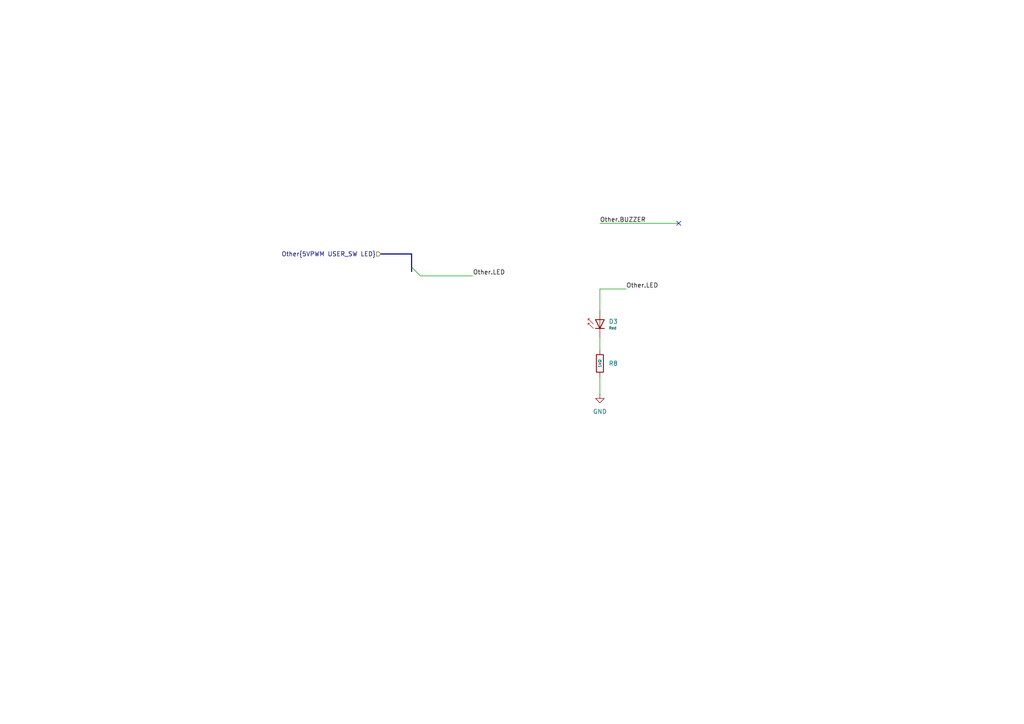
<source format=kicad_sch>
(kicad_sch (version 20231120) (generator "eeschema") (generator_version "8.0")
  (paper "A4")
  (title_block (title "Other Peripherals") (date "2025-02-04") (rev "A") (company "Artem Horiunov") (comment 1 "DESIGNED IN POLAND"))
  (lib_symbols
    (symbol "PCM_JLCPCB-Diodes:LED,0603,Red" (pin_numbers hide) (pin_names (offset 0))
      (property "Reference" "D" (at 2.032 0.834 0))
      (property "Value" "Red" (at 2.032 -1.2122 0))
      (symbol "LED,0603,Red_0_1"
        (polyline (pts (xy -1.27 -1.27) (xy 1.27 -1.27)) (stroke (width 0.254)))
        (polyline (pts (xy -1.27 1.27) (xy 0 -1.27) (xy 1.27 1.27) (xy -1.27 1.27)) (stroke (width 0.254)))
        (polyline (pts (xy -1.905 -1.27) (xy -3.429 0.254) (xy -3.429 -0.254) (xy -3.429 0.254) (xy -2.921 0.254)) (stroke (width 0.127)))
        (polyline (pts (xy -1.905 0) (xy -3.429 1.524) (xy -3.429 1.016) (xy -3.429 1.524) (xy -2.921 1.524)) (stroke (width 0.127)))
      )
      (symbol "LED,0603,Red_1_1"
        (pin passive line (at 0 -3.81 90) (length 3.81) (name "~") (number "1"))
        (pin passive line (at 0 3.81 270) (length 3.81) (name "~") (number "2"))
      )
    )
    (symbol "PCM_JLCPCB-Resistors:0402,1kΩ" (pin_numbers hide) (pin_names (offset 0))
      (property "Reference" "R" (at 1.778 0 0))
      (property "Value" "1kΩ" (at 0 0 90))
      (symbol "0402,1kΩ_0_1"
        (rectangle (start -1.016 2.54) (end 1.016 -2.54) (stroke (width 0.254)))
      )
      (symbol "0402,1kΩ_1_1"
        (pin passive line (at 0 3.81 270) (length 1.27) (name "~") (number "1"))
        (pin passive line (at 0 -3.81 90) (length 1.27) (name "~") (number "2"))
      )
    )
    (symbol "power:GND" (power) (pin_numbers hide) (pin_names (offset 0) hide)
      (property "Value" "GND" (at 0 -3.81 0))
      (symbol "GND_0_1"
        (polyline (pts (xy 0 0) (xy 0 -1.27) (xy 1.27 -1.27) (xy 0 -2.54) (xy -1.27 -1.27) (xy 0 -1.27)))
      )
      (symbol "GND_1_1"
        (pin power_in line (at 0 0 270) (length 0) (name "~") (number "1"))
      )
    )
  )
  (no_connect (at 196.85 64.77))
  (bus_entry (at 119.38 77.47) (size 2.54 2.54))
  (bus (pts (xy 119.38 73.66) (xy 119.38 77.47)))
  (wire (pts (xy 181.61 83.82) (xy 173.99 83.82)))
  (wire (pts (xy 173.99 97.79) (xy 173.99 101.6)))
  (bus (pts (xy 110.49 73.66) (xy 119.38 73.66)))
  (wire (pts (xy 173.99 83.82) (xy 173.99 90.17)))
  (wire (pts (xy 121.92 80.01) (xy 137.16 80.01)))
  (bus (pts (xy 119.38 77.47) (xy 119.38 78.74)))
  (wire (pts (xy 173.99 109.22) (xy 173.99 114.3)))
  (wire (pts (xy 173.99 64.77) (xy 196.85 64.77)))
  (label "Other.LED" (at 137.16 80.01 0))
  (label "Other.BUZZER" (at 173.99 64.77 0))
  (label "Other.LED" (at 181.61 83.82 0))
  (hierarchical_label "Other{5VPWM USER_SW LED}" (shape input) (at 110.49 73.66 180))
  (symbol (lib_id "power:GND") (at 173.99 114.3 0) (unit 1)
    (property "Reference" "#PWR070" (effects (hide yes)))
    (property "Value" "GND" (at 173.99 119.38 0))
    (property "Description" "Power symbol creates a global label with name \"GND\" , ground" (effects (hide yes)))
  )
  (symbol (lib_id "PCM_JLCPCB-Diodes:LED,0603,Red") (at 173.99 93.98 0) (unit 1)
    (property "Reference" "D3" (at 176.53 93.2497 0) (effects (justify left)))
    (property "Value" "Red" (at 176.53 95.1547 0) (effects (font (size 0.8 0.8)) (justify left)))
    (property "Footprint" "PCM_JLCPCB:D_0603" (effects (hide yes)))
    (property "Datasheet" "https://www.lcsc.com/datasheet/lcsc_datasheet_1810231112_Hubei-KENTO-Elec-KT-0603R_C2286.pdf" (effects (hide yes)))
    (property "Description" "-40°C~+85°C Red 0603 LED Indication - Discrete ROHS" (effects (hide yes)))
    (property "LCSC" "C2286" (effects (hide yes)))
    (property "Stock" "2282993" (effects (hide yes)))
    (property "Price" "0.009USD" (effects (hide yes)))
    (property "Process" "SMT" (effects (hide yes)))
    (property "Minimum Qty" "20" (effects (hide yes)))
    (property "Attrition Qty" "6" (effects (hide yes)))
    (property "Class" "Basic Component" (effects (hide yes)))
    (property "Category" "Optocouplers & LEDs & Infrared,Light Emitting Diodes (LED)" (effects (hide yes)))
    (property "Manufacturer" "Hubei KENTO Elec" (effects (hide yes)))
    (property "Part" "KT-0603R" (effects (hide yes)))
  )
  (symbol (lib_id "PCM_JLCPCB-Resistors:0402,1kΩ") (at 173.99 105.41 0) (unit 1)
    (property "Reference" "R8" (at 176.53 105.41 0) (effects (justify left)))
    (property "Value" "1kΩ" (at 173.99 105.41 90) (effects (font (size 0.8 0.8))))
    (property "Footprint" "PCM_JLCPCB:R_0402" (effects (hide yes)))
    (property "Datasheet" "https://www.lcsc.com/datasheet/lcsc_datasheet_2206010216_UNI-ROYAL-Uniroyal-Elec-0402WGF1001TCE_C11702.pdf" (effects (hide yes)))
    (property "Description" "62.5mW Thick Film Resistors 50V ±100ppm/°C ±1% 1kΩ 0402 Chip Resistor - Surface Mount ROHS" (effects (hide yes)))
    (property "LCSC" "C11702" (effects (hide yes)))
    (property "Stock" "10672962" (effects (hide yes)))
    (property "Price" "0.004USD" (effects (hide yes)))
    (property "Process" "SMT" (effects (hide yes)))
    (property "Minimum Qty" "20" (effects (hide yes)))
    (property "Attrition Qty" "10" (effects (hide yes)))
    (property "Class" "Basic Component" (effects (hide yes)))
    (property "Category" "Resistors,Chip Resistor - Surface Mount" (effects (hide yes)))
    (property "Manufacturer" "UNI-ROYAL(Uniroyal Elec)" (effects (hide yes)))
    (property "Part" "0402WGF1001TCE" (effects (hide yes)))
    (property "Resistance" "1kΩ" (effects (hide yes)))
    (property "Power(Watts)" "62.5mW" (effects (hide yes)))
    (property "Type" "Thick Film Resistors" (effects (hide yes)))
    (property "Overload Voltage (Max)" "50V" (effects (hide yes)))
    (property "Operating Temperature Range" "-55°C~+155°C" (effects (hide yes)))
    (property "Tolerance" "±1%" (effects (hide yes)))
    (property "Temperature Coefficient" "±100ppm/°C" (effects (hide yes)))
  )
)
</source>
